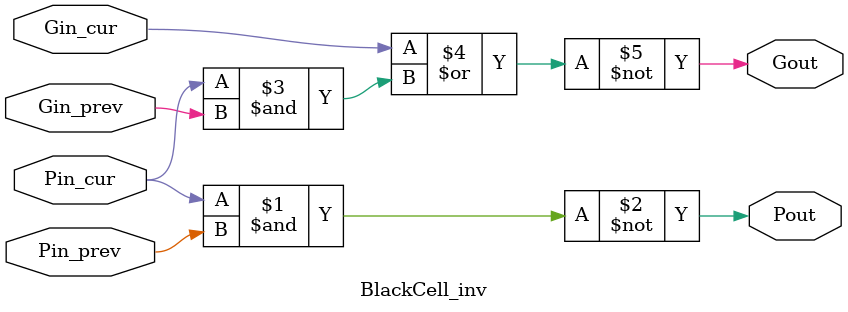
<source format=v>


module BlackCell_inv(
	input wire	Pin_cur,
	input wire	Gin_cur,
	input wire	Pin_prev,
	input wire	Gin_prev,

	output wire	Pout,
	output wire	Gout
);

assign Pout = ~(Pin_cur & Pin_prev);
assign Gout = ~(Gin_cur | (Pin_cur & Gin_prev));

endmodule

</source>
